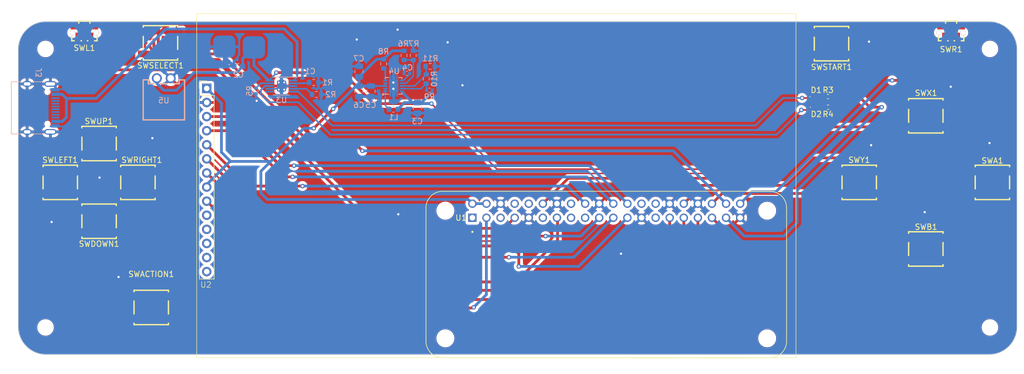
<source format=kicad_pcb>
(kicad_pcb (version 20221018) (generator pcbnew)
  (layers (0 "F.Cu" signal) (31 "B.Cu" signal) (34 "B.Paste" user) (35 "F.Paste" user) (36 "B.SilkS" user "B.Silkscreen") (37 "F.SilkS" user "F.Silkscreen") (38 "B.Mask" user) (39 "F.Mask" user) (44 "Edge.Cuts" user))
  (net 0 "")
  (net 2 "+BATT")
  (net 3 "/RB")
  (net 4 "/RT")
  (net 5 "/LB")
  (net 7 "Net-(D1-A)")
  (net 9 "/LT")
  (net 10 "Net-(D2-A)")
  (net 22 "GND")
  (net 23 "/DC")
  (net 24 "/MOSI")
  (net 25 "/MISO")
  (net 26 "/RESET")
  (net 27 "/CLK")
  (net 28 "/CS")
  (net 29 "/Up")
  (net 30 "/Right")
  (net 31 "/Down")
  (net 32 "/Left")
  (net 33 "/Y")
  (net 34 "/X")
  (net 35 "/B")
  (net 36 "/A")
  (net 37 "/Action")
  (net 38 "/Select")
  (net 39 "/Start")
  (net 40 "VBUS")
  (net 41 "Net-(U3-ISET)")
  (net 42 "Net-(U3-PRETERM)")
  (net 44 "Net-(D1-K)")
  (net 45 "Net-(D2-K)")
  (net 54 "Net-(U3-TS)")
  (net 59 "Net-(U4-SS)")
  (net 60 "+5V")
  (net 61 "Net-(L1-Pad1)")
  (net 62 "Net-(U4-FB)")
  (net 63 "Net-(U4-PG)")
  (net 64 "Net-(U4-EN)")
  (net 65 "Net-(U4-HYS)")
  (footprint "easyeda2kicad:SW-SMD_TSA020XXXXXX" (layer "F.Cu") (at 72.325 73.374 180)
    (fp_text reference "SWL1")
    (fp_text value "TSA020A3418A")
  )
  (footprint "MountingHole:MountingHole_2.5mm" (layer "F.Cu") (at 65.325 76.374)
    (fp_text reference "H1" hide)
    (fp_text value "MountingHole")
  )
  (footprint "easyeda2kicad:SW-SMD_4P-L6.2-W6.2-P4.00-LS7.0" (layer "F.Cu") (at 223.98 112.427)
    (fp_text reference "SWB1")
    (fp_text value "SW_Push")
  )
  (footprint "MountingHole:MountingHole_2.5mm" (layer "F.Cu") (at 235.538 126.572)
    (fp_text reference "H3" hide)
    (fp_text value "MountingHole")
  )
  (footprint "easyeda2kicad:SW-SMD_TSA020XXXXXX" (layer "F.Cu") (at 228.538 73.374 180)
    (fp_text reference "SWR1")
    (fp_text value "TSA020A3418A")
  )
  (footprint "MountingHole:MountingHole_2.5mm" (layer "F.Cu") (at 65.325 126.572)
    (fp_text reference "H2" hide)
    (fp_text value "MountingHole")
  )
  (footprint "easyeda2kicad:SW-SMD_4P-L6.2-W6.2-P4.00-LS7.0" (layer "F.Cu") (at 235.98 100.427)
    (fp_text reference "SWA1")
    (fp_text value "SW_Push")
  )
  (footprint "MountingHole:MountingHole_2.5mm" (layer "F.Cu") (at 235.538 76.374)
    (fp_text reference "H4" hide)
    (fp_text value "MountingHole")
  )
  (footprint "Display:4InchSPI" (layer "F.Cu") (at 95.115 120.83)
    (fp_text reference "U2")
    (fp_text value "~")
  )
  (footprint "easyeda2kicad:SW-SMD_4P-L6.2-W6.2-P4.00-LS7.0" (layer "F.Cu") (at 81.98 100.427)
    (fp_text reference "SWRIGHT1")
    (fp_text value "SW_Push")
  )
  (footprint "LED_SMD:LED_0402_1005Metric" (layer "F.Cu") (at 204.239 86.868)
    (fp_text reference "D2")
    (fp_text value "RED")
  )
  (footprint "easyeda2kicad:SW-SMD_4P-L6.2-W6.2-P4.00-LS7.0" (layer "F.Cu") (at 67.98 100.427)
    (fp_text reference "SWLEFT1")
    (fp_text value "SW_Push")
  )
  (footprint "Resistor_SMD:R_0402_1005Metric" (layer "F.Cu") (at 206.375 84.963)
    (fp_text reference "R3")
    (fp_text value "1K5")
  )
  (footprint "easyeda2kicad:SW-SMD_4P-L6.2-W6.2-P4.00-LS7.0" (layer "F.Cu") (at 74.98 93.427)
    (fp_text reference "SWUP1")
    (fp_text value "SW_Push")
  )
  (footprint "easyeda2kicad:SW-SMD_4P-L6.2-W6.2-P4.00-LS7.0" (layer "F.Cu") (at 74.98 107.427)
    (fp_text reference "SWDOWN1")
    (fp_text value "SW_Push")
  )
  (footprint "Resistor_SMD:R_0402_1005Metric" (layer "F.Cu") (at 206.373 86.868)
    (fp_text reference "R4")
    (fp_text value "1K5")
  )
  (footprint "ADA3708 Adafruit:MODULE_ADA3708" (layer "F.Cu") (at 166.387 117.032)
    (fp_text reference "U1")
    (fp_text value "ADA3708")
  )
  (footprint "easyeda2kicad:SW-SMD_4P-L6.2-W6.2-P4.00-LS7.0" (layer "F.Cu") (at 223.98 88.427)
    (fp_text reference "SWX1")
    (fp_text value "SW_Push")
  )
  (footprint "easyeda2kicad:SW-SMD_4P-L6.2-W6.2-P4.00-LS7.0" (layer "F.Cu") (at 84.376 122.968)
    (fp_text reference "SWACTION1")
    (fp_text value "SW_Push")
  )
  (footprint "easyeda2kicad:SW-SMD_4P-L6.2-W6.2-P4.00-LS7.0" (layer "F.Cu") (at 86.044 75.281)
    (fp_text reference "SWSELECT1")
    (fp_text value "SW_Push")
  )
  (footprint "easyeda2kicad:SW-SMD_4P-L6.2-W6.2-P4.00-LS7.0" (layer "F.Cu") (at 206.98 75.427)
    (fp_text reference "SWSTART1")
    (fp_text value "SW_Push")
  )
  (footprint "LED_SMD:LED_0402_1005Metric" (layer "F.Cu") (at 204.216 84.963)
    (fp_text reference "D1")
    (fp_text value "BLUE")
  )
  (footprint "easyeda2kicad:SW-SMD_4P-L6.2-W6.2-P4.00-LS7.0" (layer "F.Cu") (at 211.98 100.427)
    (fp_text reference "SWY1")
    (fp_text value "SW_Push")
  )
  (footprint "Resistor_SMD:R_0402_1005Metric" (layer "B.Cu") (at 134.5205 83.82)
    (fp_text reference "R9")
    (fp_text value "10K")
  )
  (footprint "easyeda2kicad:VSON-10_L3.0-W3.0-P0.50-TL-EP_TPS61230DRCR" (layer "B.Cu") (at 128.0655 83.042 90)
    (fp_text reference "U4")
    (fp_text value "TPS61230DRCR")
  )
  (footprint "Connector_USB:USB_C_Receptacle_HRO_TYPE-C-31-M-12" (layer "B.Cu") (at 63.067 86.995 90)
    (fp_text reference "J3")
    (fp_text value "USB_C_Receptacle_USB2.0")
  )
  (footprint "Capacitor_SMD:C_0805_2012Metric" (layer "B.Cu") (at 121.8185 84.013 90)
    (fp_text reference "C6")
    (fp_text value "22uF")
  )
  (footprint "easyeda2kicad:CONN-TH_2P-P2.50_XH-2AW" (layer "B.Cu") (at 86.634 81.661)
    (fp_text reference "U5")
    (fp_text value "XD-XH-2AW-G")
  )
  (footprint "Package_SO:HVSSOP-10-1EP_3x3mm_P0.5mm_EP1.57x1.88mm_ThermalVias" (layer "B.Cu") (at 107.846 83.063 180)
    (fp_text reference "U3")
    (fp_text value "BQ24090DGQ")
  )
  (footprint "Resistor_SMD:R_0603_1608Metric" (layer "B.Cu") (at 133.9485 81.788 90)
    (fp_text reference "R10")
    (fp_text value "5.6K")
  )
  (footprint "Resistor_SMD:R_0402_1005Metric" (layer "B.Cu") (at 103.251 83.945 90)
    (fp_text reference "R5")
    (fp_text value "10K")
  )
  (footprint "Capacitor_SMD:C_0805_2012Metric" (layer "B.Cu") (at 123.9775 84.013 90)
    (fp_text reference "C5")
    (fp_text value "22uF")
  )
  (footprint "Connector_Wago:SolderWirePad_4x4mm" (layer "B.Cu") (at 102.883 76.086 90)
    (fp_text reference "J1" hide)
    (fp_text value "Conn_01x01")
  )
  (footprint "Resistor_SMD:R_0603_1608Metric" (layer "B.Cu") (at 129.9465 77.534 -90)
    (fp_text reference "R6")
    (fp_text value "402K")
  )
  (footprint "Capacitor_SMD:C_0805_2012Metric" (layer "B.Cu") (at 132.3595 86.995 -90)
    (fp_text reference "C3")
    (fp_text value "22uF")
  )
  (footprint "Resistor_SMD:R_0603_1608Metric" (layer "B.Cu") (at 131.5975 77.534 90)
    (fp_text reference "R7")
    (fp_text value "100K")
  )
  (footprint "Capacitor_SMD:C_0603_1608Metric" (layer "B.Cu") (at 100.076 79.502 180)
    (fp_text reference "C2")
    (fp_text value "4.7uF")
  )
  (footprint "Capacitor_SMD:C_0805_2012Metric" (layer "B.Cu") (at 121.8185 80.457 -90)
    (fp_text reference "C7")
    (fp_text value "22uF")
  )
  (footprint "Capacitor_SMD:C_0402_1005Metric" (layer "B.Cu") (at 130.4545 80.772 180)
    (fp_text reference "C4")
    (fp_text value "10nF")
  )
  (footprint "Inductor_SMD:L_0603_1608Metric" (layer "B.Cu") (at 128.0415 87.249)
    (fp_text reference "L1")
    (fp_text value "1uH")
  )
  (footprint "Capacitor_SMD:C_0402_1005Metric" (layer "B.Cu") (at 111.125 80.772)
    (fp_text reference "C1")
    (fp_text value "1uF")
  )
  (footprint "Resistor_SMD:R_0603_1608Metric" (layer "B.Cu") (at 114.173 84.582)
    (fp_text reference "R2")
    (fp_text value "2K")
  )
  (footprint "Resistor_SMD:R_0603_1608Metric" (layer "B.Cu") (at 126.2635 79.058 90)
    (fp_text reference "R8")
    (fp_text value "1.0Meg")
  )
  (footprint "Resistor_SMD:R_0603_1608Metric" (layer "B.Cu") (at 134.6475 79.518 180)
    (fp_text reference "R11")
    (fp_text value "0.2K")
  )
  (footprint "Resistor_SMD:R_0603_1608Metric" (layer "B.Cu") (at 113.665 82.423)
    (fp_text reference "R1")
    (fp_text value "540")
  )
  (footprint "Connector_Wire:Solder_Pad_4x4mm" (layer "B.Cu") (at 97.549 75.959 90)
    (fp_text reference "J2" hide)
    (fp_text value "Conn_01x01")
  )
  (gr_line (start 240.411 76.445) (end 240.411 126.445) (stroke (width 0.1)) (layer "Edge.Cuts"))
  (gr_line (start 65.411 71.445) (end 235.411 71.445) (stroke (width 0.1)) (layer "Edge.Cuts"))
  (gr_line (start 235.411 131.445) (end 65.411 131.445) (stroke (width 0.1)) (layer "Edge.Cuts"))
  (gr_arc (start 240.411 126.445) (mid 238.946534 129.980534) (end 235.411 131.445) (stroke (width 0.1)) (layer "Edge.Cuts"))
  (gr_arc (start 235.411 71.445) (mid 238.946534 72.909466) (end 240.411 76.445) (stroke (width 0.1)) (layer "Edge.Cuts"))
  (gr_arc (start 65.411 131.445) (mid 61.875466 129.980534) (end 60.411 126.445) (stroke (width 0.1)) (layer "Edge.Cuts"))
  (gr_arc (start 60.411 76.445) (mid 61.875466 72.909466) (end 65.411 71.445) (stroke (width 0.1)) (layer "Edge.Cuts"))
  (gr_line (start 60.411 126.445) (end 60.411 76.445) (stroke (width 0.1)) (layer "Edge.Cuts"))
  (segment (start 146.685 98.044) (end 134.874 86.233) (width 0.3) (layer "F.Cu") (net 2))
  (segment (start 124.46 86.233) (end 134.874 86.233) (width 0.5) (layer "F.Cu") (net 2))
  (segment (start 206.883 86.868) (end 206.883 84.965) (width 0.3) (layer "F.Cu") (net 2))
  (segment (start 118.872 80.645) (end 124.46 86.233) (width 0.5) (layer "F.Cu") (net 2))
  (segment (start 206.883 84.965) (end 206.885 84.963) (width 0.3) (layer "F.Cu") (net 2))
  (segment (start 195.707 98.044) (end 146.685 98.044) (width 0.3) (layer "F.Cu") (net 2))
  (segment (start 206.883 86.868) (end 195.707 98.044) (width 0.3) (layer "F.Cu") (net 2))
  (segment (start 106.934 80.645) (end 118.872 80.645) (width 0.5) (layer "F.Cu") (net 2))
  (via (at 106.934 80.645) (size 0.8) (drill 0.4) (layers "F.Cu" "B.Cu") (net 2))
  (via (at 134.874 86.233) (size 0.8) (drill 0.4) (layers "F.Cu" "B.Cu") (net 2))
  (segment (start 102.883 76.086) (end 102.883 79.388) (width 0.5) (layer "B.Cu") (net 2))
  (segment (start 105.696 81.963) (end 106.934 80.725) (width 0.3) (layer "B.Cu") (net 2))
  (segment (start 100.851 79.502) (end 100.851 78.118) (width 0.5) (layer "B.Cu") (net 2))
  (segment (start 100.851 79.502) (end 99.708 80.645) (width 0.5) (layer "B.Cu") (net 2))
  (segment (start 132.3595 86.045) (end 131.4685 86.045) (width 0.5) (layer "B.Cu") (net 2))
  (segment (start 132.3595 86.045) (end 130.033 86.045) (width 0.5) (layer "B.Cu") (net 2))
  (segment (start 99.708 80.645) (end 92.075 80.645) (width 0.5) (layer "B.Cu") (net 2))
  (segment (start 105.431 82.063) (end 105.696 82.063) (width 0.3) (layer "B.Cu") (net 2))
  (segment (start 85.384 82.59) (end 85.384 81.661) (width 0.5) (layer "B.Cu") (net 2))
  (segment (start 130.033 86.045) (end 128.829 87.249) (width 0.5) (layer "B.Cu") (net 2))
  (segment (start 133.0845 86.045) (end 135.0305 84.099) (width 0.5) (layer "B.Cu") (net 2))
  (segment (start 105.458 81.963) (end 105.696 81.963) (width 0.5) (layer "B.Cu") (net 2))
  (segment (start 100.851 78.118) (end 102.883 76.086) (width 0.5) (layer "B.Cu") (net 2))
  (segment (start 86.614 83.82) (end 85.384 82.59) (width 0.5) (layer "B.Cu") (net 2))
  (segment (start 135.0305 84.099) (end 135.0305 83.82) (width 0.5) (layer "B.Cu") (net 2))
  (segment (start 106.934 80.725) (end 106.934 80.645) (width 0.3) (layer "B.Cu") (net 2))
  (segment (start 132.5475 86.233) (end 132.3595 86.045) (width 0.5) (layer "B.Cu") (net 2))
  (segment (start 88.9 83.82) (end 86.614 83.82) (width 0.5) (layer "B.Cu") (net 2))
  (segment (start 92.075 80.645) (end 88.9 83.82) (width 0.5) (layer "B.Cu") (net 2))
  (segment (start 131.4685 86.045) (end 129.5655 84.142) (width 0.5) (layer "B.Cu") (net 2))
  (segment (start 132.3595 86.045) (end 133.0845 86.045) (width 0.5) (layer "B.Cu") (net 2))
  (segment (start 102.883 79.388) (end 105.458 81.963) (width 0.5) (layer "B.Cu") (net 2))
  (segment (start 134.874 86.233) (end 132.5475 86.233) (width 0.5) (layer "B.Cu") (net 2))
  (segment (start 228.538 77.786) (end 228.538 74.344) (width 0.5) (layer "F.Cu") (net 3))
  (segment (start 217.932 82.042) (end 224.282 82.042) (width 0.5) (layer "F.Cu") (net 3))
  (segment (start 224.282 82.042) (end 228.538 77.786) (width 0.5) (layer "F.Cu") (net 3))
  (via (at 217.932 82.042) (size 0.8) (drill 0.4) (layers "F.Cu" "B.Cu") (net 3))
  (segment (start 192.671 102.108) (end 190.517 104.262) (width 0.5) (layer "B.Cu") (net 3))
  (segment (start 217.932 82.042) (end 217.043 82.042) (width 0.5) (layer "B.Cu") (net 3))
  (segment (start 196.977 102.108) (end 192.671 102.108) (width 0.5) (layer "B.Cu") (net 3))
  (segment (start 217.043 82.042) (end 196.977 102.108) (width 0.5) (layer "B.Cu") (net 3))
  (segment (start 124.968 108.712) (end 147.967 108.712) (width 0.5) (layer "F.Cu") (net 5))
  (segment (start 72.325 74.344) (end 72.325 78.294) (width 0.5) (layer "F.Cu") (net 5))
  (segment (start 74.168 80.137) (end 96.393 80.137) (width 0.5) (layer "F.Cu") (net 5))
  (segment (start 72.325 78.294) (end 74.168 80.137) (width 0.5) (layer "F.Cu") (net 5))
  (segment (start 96.393 80.137) (end 124.968 108.712) (width 0.5) (layer "F.Cu") (net 5))
  (segment (start 147.967 108.712) (end 149.877 106.802) (width 0.5) (layer "F.Cu") (net 5))
  (segment (start 204.701 84.963) (end 205.865 84.963) (width 0.3) (layer "F.Cu") (net 7))
  (segment (start 204.724 86.868) (end 205.863 86.868) (width 0.3) (layer "F.Cu") (net 10))
  (via (at 137.795 75.184) (size 0.8) (drill 0.4) (layers "F.Cu" "B.Cu") (net 22))
  (via (at 128.016 82.423) (size 0.8) (drill 0.4) (layers "F.Cu" "B.Cu") (net 22))
  (via (at 128.778 72.898) (size 0.8) (drill 0.4) (layers "F.Cu" "B.Cu") (net 22))
  (via (at 75.057 99.568) (size 0.8) (drill 0.4) (layers "F.Cu" "B.Cu") (net 22))
  (via (at 228.473 83.185) (size 0.8) (drill 0.4) (layers "F.Cu" "B.Cu") (net 22))
  (via (at 214.122 93.726) (size 0.8) (drill 0.4) (layers "F.Cu" "B.Cu") (net 22))
  (via (at 78.486 117.475) (size 0.8) (drill 0.4) (layers "F.Cu" "B.Cu") (net 22))
  (via (at 103.378 85.725) (size 0.8) (drill 0.4) (layers "F.Cu" "B.Cu") (net 22))
  (via (at 213.741 75.057) (size 0.8) (drill 0.4) (layers "F.Cu" "B.Cu") (net 22))
  (via (at 140.462 82.931) (size 0.8) (drill 0.4) (layers "F.Cu" "B.Cu") (net 22))
  (via (at 66.421 107.569) (size 0.8) (drill 0.4) (layers "F.Cu" "B.Cu") (net 22))
  (via (at 235.458 93.345) (size 0.8) (drill 0.4) (layers "F.Cu" "B.Cu") (net 22))
  (via (at 223.774 105.791) (size 0.8) (drill 0.4) (layers "F.Cu" "B.Cu") (net 22))
  (via (at 169.037 113.284) (size 0.8) (drill 0.4) (layers "F.Cu" "B.Cu") (net 22))
  (via (at 121.412 74.676) (size 0.8) (drill 0.4) (layers "F.Cu" "B.Cu") (net 22))
  (via (at 84.582 92.456) (size 0.8) (drill 0.4) (layers "F.Cu" "B.Cu") (net 22))
  (via (at 128.905 106.172) (size 0.8) (drill 0.4) (layers "F.Cu" "B.Cu") (net 22))
  (via (at 128.016 83.566) (size 0.8) (drill 0.4) (layers "F.Cu" "B.Cu") (net 22))
  (segment (start 109.996 83.063) (end 107.846 83.063) (width 0.3) (layer "B.Cu") (net 22))
  (segment (start 105.696 83.563) (end 107.346 83.563) (width 0.3) (layer "B.Cu") (net 22))
  (segment (start 97.549 75.959) (end 97.549 77.75) (width 0.5) (layer "B.Cu") (net 22))
  (segment (start 103.251 85.598) (end 103.378 85.725) (width 0.3) (layer "B.Cu") (net 22))
  (segment (start 107.346 83.563) (end 107.846 83.063) (width 0.3) (layer "B.Cu") (net 22))
  (segment (start 97.549 77.75) (end 99.301 79.502) (width 0.5) (layer "B.Cu") (net 22))
  (segment (start 103.251 84.455) (end 103.251 85.598) (width 0.3) (layer "B.Cu") (net 22))
  (segment (start 111.633 101.092) (end 101.817 101.092) (width 0.5) (layer "F.Cu") (net 23))
  (segment (start 101.817 101.092) (end 94.375 93.65) (width 0.5) (layer "F.Cu") (net 23))
  (via (at 111.633 101.092) (size 0.8) (drill 0.4) (layers "F.Cu" "B.Cu") (net 23))
  (segment (start 159.407 101.092) (end 162.577 104.262) (width 0.5) (layer "B.Cu") (net 23))
  (segment (start 111.633 101.092) (end 159.407 101.092) (width 0.5) (layer "B.Cu") (net 23))
  (segment (start 94.375 96.19) (end 108.294 110.109) (width 0.5) (layer "F.Cu") (net 24))
  (segment (start 108.294 110.109) (end 155.448 110.109) (width 0.5) (layer "F.Cu") (net 24))
  (via (at 155.448 110.109) (size 0.8) (drill 0.4) (layers "F.Cu" "B.Cu") (net 24))
  (segment (start 155.448 110.109) (end 161.81 110.109) (width 0.5) (layer "B.Cu") (net 24))
  (segment (start 161.81 110.109) (end 165.117 106.802) (width 0.5) (layer "B.Cu") (net 24))
  (segment (start 148.844 113.919) (end 104.484 113.919) (width 0.5) (layer "F.Cu") (net 25))
  (segment (start 104.484 113.919) (end 94.375 103.81) (width 0.5) (layer "F.Cu") (net 25))
  (via (at 148.844 113.919) (size 0.8) (drill 0.4) (layers "F.Cu" "B.Cu") (net 25))
  (segment (start 160.54 113.919) (end 167.657 106.802) (width 0.5) (layer "B.Cu") (net 25))
  (segment (start 148.844 113.919) (end 160.54 113.919) (width 0.5) (layer "B.Cu") (net 25))
  (segment (start 109.855 99.441) (end 108.204 99.441) (width 0.5) (layer "F.Cu") (net 26))
  (segment (start 108.204 99.441) (end 99.873 91.11) (width 0.5) (layer "F.Cu") (net 26))
  (segment (start 99.873 91.11) (end 94.375 91.11) (width 0.5) (layer "F.Cu") (net 26))
  (via (at 109.855 99.441) (size 0.8) (drill 0.4) (layers "F.Cu" "B.Cu") (net 26))
  (segment (start 162.836 99.441) (end 167.657 104.262) (width 0.5) (layer "B.Cu") (net 26))
  (segment (start 109.855 99.441) (end 162.836 99.441) (width 0.5) (layer "B.Cu") (net 26))
  (segment (start 150.622 113.284) (end 150.622 115.57) (width 0.5) (layer "F.Cu") (net 27))
  (segment (start 149.225 111.887) (end 150.622 113.284) (width 0.5) (layer "F.Cu") (net 27))
  (segment (start 107.532 111.887) (end 149.225 111.887) (width 0.5) (layer "F.Cu") (net 27))
  (segment (start 94.375 98.73) (end 107.532 111.887) (width 0.5) (layer "F.Cu") (net 27))
  (via (at 150.622 115.57) (size 0.8) (drill 0.4) (layers "F.Cu" "B.Cu") (net 27))
  (segment (start 150.622 115.57) (end 161.429 115.57) (width 0.5) (layer "B.Cu") (net 27))
  (segment (start 161.429 115.57) (end 170.197 106.802) (width 0.5) (layer "B.Cu") (net 27))
  (segment (start 109.093 97.409) (end 100.254 88.57) (width 0.5) (layer "F.Cu") (net 28))
  (segment (start 110.109 97.409) (end 109.093 97.409) (width 0.5) (layer "F.Cu") (net 28))
  (segment (start 100.254 88.57) (end 94.375 88.57) (width 0.5) (layer "F.Cu") (net 28))
  (via (at 110.109 97.409) (size 0.8) (drill 0.4) (layers "F.Cu" "B.Cu") (net 28))
  (segment (start 163.344 97.409) (end 170.197 104.262) (width 0.5) (layer "B.Cu") (net 28))
  (segment (start 110.109 97.409) (end 163.344 97.409) (width 0.5) (layer "B.Cu") (net 28))
  (segment (start 182.897 110.981) (end 182.897 106.802) (width 0.5) (layer "F.Cu") (net 29))
  (segment (start 169.291 124.587) (end 182.897 110.981) (width 0.5) (layer "F.Cu") (net 29))
  (segment (start 62.357 98.5) (end 62.357 112.522) (width 0.5) (layer "F.Cu") (net 29))
  (segment (start 78.613 128.778) (end 93.472 128.778) (width 0.5) (layer "F.Cu") (net 29))
  (segment (start 65.43 95.427) (end 62.357 98.5) (width 0.5) (layer "F.Cu") (net 29))
  (segment (start 62.357 112.522) (end 78.613 128.778) (width 0.5) (layer "F.Cu") (net 29))
  (segment (start 71.98 95.427) (end 65.43 95.427) (width 0.5) (layer "F.Cu") (net 29))
  (segment (start 93.472 128.778) (end 97.663 124.587) (width 0.5) (layer "F.Cu") (net 29))
  (segment (start 97.663 124.587) (end 169.291 124.587) (width 0.5) (layer "F.Cu") (net 29))
  (segment (start 84.98 110.634) (end 92.71 118.364) (width 0.5) (layer "F.Cu") (net 30))
  (segment (start 150.114 118.364) (end 157.607 110.871) (width 0.5) (layer "F.Cu") (net 30))
  (segment (start 92.71 118.364) (end 150.114 118.364) (width 0.5) (layer "F.Cu") (net 30))
  (segment (start 157.607 110.871) (end 157.607 106.912) (width 0.5) (layer "F.Cu") (net 30))
  (segment (start 157.607 106.912) (end 157.497 106.802) (width 0.5) (layer "F.Cu") (net 30))
  (segment (start 84.98 102.427) (end 84.98 110.634) (width 0.5) (layer "F.Cu") (net 30))
  (segment (start 169.037 121.539) (end 180.357 110.219) (width 0.5) (layer "F.Cu") (net 31))
  (segment (start 90.542 121.539) (end 169.037 121.539) (width 0.5) (layer "F.Cu") (net 31))
  (segment (start 78.43 109.427) (end 90.542 121.539) (width 0.5) (layer "F.Cu") (net 31))
  (segment (start 180.357 110.219) (end 180.357 106.802) (width 0.5) (layer "F.Cu") (net 31))
  (segment (start 77.98 109.427) (end 78.43 109.427) (width 0.5) (layer "F.Cu") (net 31))
  (segment (start 82.169 106.045) (end 82.169 110.617) (width 0.5) (layer "F.Cu") (net 32))
  (segment (start 74.93 103.886) (end 80.01 103.886) (width 0.5) (layer "F.Cu") (net 32))
  (segment (start 80.01 103.886) (end 82.169 106.045) (width 0.5) (layer "F.Cu") (net 32))
  (segment (start 91.44 119.888) (end 167.271 119.888) (width 0.5) (layer "F.Cu") (net 32))
  (segment (start 73.471 102.427) (end 74.93 103.886) (width 0.5) (layer "F.Cu") (net 32))
  (segment (start 177.817 109.342) (end 177.817 106.802) (width 0.5) (layer "F.Cu") (net 32))
  (segment (start 82.169 110.617) (end 91.44 119.888) (width 0.5) (layer "F.Cu") (net 32))
  (segment (start 70.98 102.427) (end 73.471 102.427) (width 0.5) (layer "F.Cu") (net 32))
  (segment (start 167.271 119.888) (end 177.817 109.342) (width 0.5) (layer "F.Cu") (net 32))
  (segment (start 208.98 102.427) (end 187.272 102.427) (width 0.5) (layer "F.Cu") (net 33))
  (segment (start 187.272 102.427) (end 185.437 104.262) (width 0.5) (layer "F.Cu") (net 33))
  (segment (start 205.737 90.427) (end 196.469 99.695) (width 0.5) (layer "F.Cu") (net 34))
  (segment (start 220.98 90.427) (end 205.737 90.427) (width 0.5) (layer "F.Cu") (net 34))
  (segment (start 196.469 99.695) (end 159.524 99.695) (width 0.5) (layer "F.Cu") (net 34))
  (segment (start 159.524 99.695) (end 154.957 104.262) (width 0.5) (layer "F.Cu") (net 34))
  (segment (start 220.98 114.427) (end 193.062 114.427) (width 0.5) (layer "F.Cu") (net 35))
  (segment (start 193.062 114.427) (end 185.437 106.802) (width 0.5) (layer "F.Cu") (net 35))
  (segment (start 232.98 102.427) (end 223.712 102.427) (width 0.5) (layer "F.Cu") (net 36))
  (segment (start 203.835 96.012) (end 198.882 100.965) (width 0.5) (layer "F.Cu") (net 36))
  (segment (start 183.654 100.965) (end 180.357 104.262) (width 0.5) (layer "F.Cu") (net 36))
  (segment (start 223.712 102.427) (end 217.297 96.012) (width 0.5) (layer "F.Cu") (net 36))
  (segment (start 217.297 96.012) (end 203.835 96.012) (width 0.5) (layer "F.Cu") (net 36))
  (segment (start 198.882 100.965) (end 183.654 100.965) (width 0.5) (layer "F.Cu") (net 36))
  (segment (start 142.367 123.063) (end 89.281 123.063) (width 0.5) (layer "F.Cu") (net 37))
  (segment (start 89.281 123.063) (end 87.376 124.968) (width 0.5) (layer "F.Cu") (net 37))
  (segment (start 142.494 122.936) (end 142.367 123.063) (width 0.5) (layer "F.Cu") (net 37))
  (via (at 142.494 122.936) (size 0.8) (drill 0.4) (layers "F.Cu" "B.Cu") (net 37))
  (segment (start 142.494 122.936) (end 144.78 120.65) (width 0.5) (layer "B.Cu") (net 37))
  (segment (start 144.78 120.65) (end 144.78 106.819) (width 0.5) (layer "B.Cu") (net 37))
  (segment (start 144.78 106.819) (end 144.797 106.802) (width 0.5) (layer "B.Cu") (net 37))
  (segment (start 122.428 94.742) (end 121.412 93.726) (width 0.5) (layer "F.Cu") (net 38))
  (segment (start 96.966 77.281) (end 89.044 77.281) (width 0.5) (layer "F.Cu") (net 38))
  (segment (start 121.412 93.726) (end 113.411 93.726) (width 0.5) (layer "F.Cu") (net 38))
  (segment (start 113.411 93.726) (end 96.966 77.281) (width 0.5) (layer "F.Cu") (net 38))
  (via (at 122.428 94.742) (size 0.8) (drill 0.4) (layers "F.Cu" "B.Cu") (net 38))
  (segment (start 122.428 94.742) (end 178.457 94.742) (width 0.5) (layer "B.Cu") (net 38))
  (segment (start 178.457 94.742) (end 187.977 104.262) (width 0.5) (layer "B.Cu") (net 38))
  (segment (start 210.058 83.058) (end 210.058 77.566) (width 0.5) (layer "F.Cu") (net 39))
  (segment (start 210.058 77.566) (end 209.773 77.281) (width 0.5) (layer "F.Cu") (net 39))
  (segment (start 216.027 86.868) (end 213.868 86.868) (width 0.5) (layer "F.Cu") (net 39))
  (segment (start 213.868 86.868) (end 210.058 83.058) (width 0.5) (layer "F.Cu") (net 39))
  (via (at 216.027 86.868) (size 0.8) (drill 0.4) (layers "F.Cu" "B.Cu") (net 39))
  (segment (start 215.773 86.868) (end 200.787 101.854) (width 0.5) (layer "B.Cu") (net 39))
  (segment (start 191.284 110.109) (end 187.977 106.802) (width 0.5) (layer "B.Cu") (net 39))
  (segment (start 216.027 86.868) (end 215.773 86.868) (width 0.5) (layer "B.Cu") (net 39))
  (segment (start 198.374 110.109) (end 191.284 110.109) (width 0.5) (layer "B.Cu") (net 39))
  (segment (start 200.787 101.854) (end 200.787 107.696) (width 0.5) (layer "B.Cu") (net 39))
  (segment (start 200.787 107.696) (end 198.374 110.109) (width 0.5) (layer "B.Cu") (net 39))
  (segment (start 110.673 75.113) (end 110.673 80.899) (width 0.5) (layer "B.Cu") (net 40))
  (segment (start 68.337 89.445) (end 69.088 88.694) (width 0.5) (layer "B.Cu") (net 40))
  (segment (start 69.088 85.296) (end 74.47 85.296) (width 0.5) (layer "B.Cu") (net 40))
  (segment (start 86.995 72.771) (end 108.331 72.771) (width 0.5) (layer "B.Cu") (net 40))
  (segment (start 110.673 81.386) (end 110.673 80.899) (width 0.3) (layer "B.Cu") (net 40))
  (segment (start 68.337 84.545) (end 67.112 84.545) (width 0.5) (layer "B.Cu") (net 40))
  (segment (start 108.331 72.771) (end 110.673 75.113) (width 0.5) (layer "B.Cu") (net 40))
  (segment (start 67.112 89.445) (end 68.337 89.445) (width 0.5) (layer "B.Cu") (net 40))
  (segment (start 109.996 82.063) (end 110.673 81.386) (width 0.3) (layer "B.Cu") (net 40))
  (segment (start 74.47 85.296) (end 86.995 72.771) (width 0.5) (layer "B.Cu") (net 40))
  (segment (start 69.088 85.296) (end 68.337 84.545) (width 0.5) (layer "B.Cu") (net 40))
  (segment (start 69.088 88.694) (end 69.088 85.296) (width 0.5) (layer "B.Cu") (net 40))
  (segment (start 109.996 82.563) (end 112.7 82.563) (width 0.3) (layer "B.Cu") (net 41))
  (segment (start 112.7 82.563) (end 112.84 82.423) (width 0.3) (layer "B.Cu") (net 41))
  (segment (start 109.996 83.563) (end 112.329 83.563) (width 0.3) (layer "B.Cu") (net 42))
  (segment (start 112.329 83.563) (end 113.348 84.582) (width 0.3) (layer "B.Cu") (net 42))
  (segment (start 203.477 85.217) (end 203.731 84.963) (width 0.3) (layer "F.Cu") (net 44))
  (segment (start 201.676 85.217) (end 203.477 85.217) (width 0.3) (layer "F.Cu") (net 44))
  (via (at 201.676 85.217) (size 0.8) (drill 0.4) (layers "F.Cu" "B.Cu") (net 44))
  (segment (start 109.996 84.063) (end 110.86 84.063) (width 0.3) (layer "B.Cu") (net 44))
  (segment (start 110.86 84.063) (end 116.967 90.17) (width 0.3) (layer "B.Cu") (net 44))
  (segment (start 198.247 85.217) (end 201.676 85.217) (width 0.3) (layer "B.Cu") (net 44))
  (segment (start 193.294 90.17) (end 198.247 85.217) (width 0.3) (layer "B.Cu") (net 44))
  (segment (start 116.967 90.17) (end 193.294 90.17) (width 0.3) (layer "B.Cu") (net 44))
  (segment (start 201.549 87.376) (end 203.246 87.376) (width 0.3) (layer "F.Cu") (net 45))
  (segment (start 203.246 87.376) (end 203.754 86.868) (width 0.3) (layer "F.Cu") (net 45))
  (via (at 201.549 87.376) (size 0.8) (drill 0.4) (layers "F.Cu" "B.Cu") (net 45))
  (segment (start 197.104 91.821) (end 201.549 87.376) (width 0.3) (layer "B.Cu") (net 45))
  (segment (start 104.86788 83.063) (end 104.14 83.79088) (width 0.3) (layer "B.Cu") (net 45))
  (segment (start 104.14 84.582) (end 105.537 85.979) (width 0.3) (layer "B.Cu") (net 45))
  (segment (start 105.696 83.063) (end 104.86788 83.063) (width 0.3) (layer "B.Cu") (net 45))
  (segment (start 116.713 91.821) (end 197.104 91.821) (width 0.3) (layer "B.Cu") (net 45))
  (segment (start 105.537 85.979) (end 110.871 85.979) (width 0.3) (layer "B.Cu") (net 45))
  (segment (start 110.871 85.979) (end 116.713 91.821) (width 0.3) (layer "B.Cu") (net 45))
  (segment (start 104.14 83.79088) (end 104.14 84.582) (width 0.3) (layer "B.Cu") (net 45))
  (segment (start 104.123 82.563) (end 105.696 82.563) (width 0.3) (layer "B.Cu") (net 54))
  (segment (start 103.251 83.435) (end 104.123 82.563) (width 0.3) (layer "B.Cu") (net 54))
  (segment (start 130.9345 80.923) (end 130.9345 80.772) (width 0.25) (layer "B.Cu") (net 59))
  (segment (start 129.8155 82.042) (end 130.9345 80.923) (width 0.25) (layer "B.Cu") (net 59))
  (segment (start 129.5655 82.042) (end 129.8155 82.042) (width 0.25) (layer "B.Cu") (net 59))
  (segment (start 117.1575 87.1855) (end 113.665 90.678) (width 0.5) (layer "F.Cu") (net 60))
  (via (at 117.1575 87.1855) (size 0.8) (drill 0.4) (layers "F.Cu" "B.Cu") (net 60))
  (via (at 113.665 90.678) (size 0.8) (drill 0.4) (layers "F.Cu" "B.Cu") (net 60))
  (segment (start 126.2635 78.233) (end 124.9925 78.233) (width 0.5) (layer "B.Cu") (net 60))
  (segment (start 123.9985 83.042) (end 123.9775 83.063) (width 0.3) (layer "B.Cu") (net 60))
  (segment (start 98.679 96.647) (end 105.918 96.647) (width 0.5) (layer "B.Cu") (net 60))
  (segment (start 141.503 103.508) (end 105.286 103.508) (width 0.5) (layer "B.Cu") (net 60))
  (segment (start 124.1495 83.235) (end 123.9775 83.063) (width 0.3) (layer "B.Cu") (net 60))
  (segment (start 117.1575 87.1855) (end 121.28 83.063) (width 0.5) (layer "B.Cu") (net 60))
  (segment (start 94.375 101.27) (end 94.375 100.824) (width 0.5) (layer "B.Cu") (net 60))
  (segment (start 98.679 96.647) (end 97.028 94.996) (width 0.5) (layer "B.Cu") (net 60))
  (segment (start 94.375 100.824) (end 98.552 96.647) (width 0.5) (layer "B.Cu") (net 60))
  (segment (start 127.7875 76.709) (end 126.2635 78.233) (width 0.5) (layer "B.Cu") (net 60))
  (segment (start 126.5655 83.042) (end 126.5655 82.542) (width 0.3) (layer "B.Cu") (net 60))
  (segment (start 104.14 98.425) (end 105.918 96.647) (width 0.5) (layer "B.Cu") (net 60))
  (segment (start 124.9925 78.233) (end 121.8185 81.407) (width 0.5) (layer "B.Cu") (net 60))
  (segment (start 121.28 83.063) (end 121.8185 83.063) (width 0.5) (layer "B.Cu") (net 60))
  (segment (start 123.9775 83.063) (end 121.8185 83.063) (width 0.5) (layer "B.Cu") (net 60))
  (segment (start 105.286 103.508) (end 104.14 102.362) (width 0.5) (layer "B.Cu") (net 60))
  (segment (start 97.028 94.996) (end 97.028 86.143) (width 0.5) (layer "B.Cu") (net 60))
  (segment (start 144.797 104.262) (end 142.257 104.262) (width 0.5) (layer "B.Cu") (net 60))
  (segment (start 104.14 102.362) (end 104.14 98.425) (width 0.5) (layer "B.Cu") (net 60))
  (segment (start 111.887 90.678) (end 105.918 96.647) (width 0.5) (layer "B.Cu") (net 60))
  (segment (start 142.257 104.262) (end 141.503 103.508) (width 0.5) (layer "B.Cu") (net 60))
  (segment (start 97.028 86.143) (end 94.375 83.49) (width 0.5) (layer "B.Cu") (net 60))
  (segment (start 113.665 90.678) (end 111.887 90.678) (width 0.5) (layer "B.Cu") (net 60))
  (segment (start 121.8185 81.407) (end 121.8185 83.063) (width 0.5) (layer "B.Cu") (net 60))
  (segment (start 129.9465 76.709) (end 127.7875 76.709) (width 0.5) (layer "B.Cu") (net 60))
  (segment (start 126.5655 83.042) (end 123.9985 83.042) (width 0.3) (layer "B.Cu") (net 60))
  (segment (start 98.552 96.647) (end 98.679 96.647) (width 0.5) (layer "B.Cu") (net 60))
  (segment (start 127.254 87.249) (end 126.5655 86.5605) (width 0.25) (layer "B.Cu") (net 61))
  (segment (start 126.5655 84.042) (end 126.5655 83.542) (width 0.3) (layer "B.Cu") (net 61))
  (segment (start 126.5655 86.5605) (end 126.5655 84.042) (width 0.25) (layer "B.Cu") (net 61))
  (segment (start 129.5655 82.542) (end 130.3155 82.542) (width 0.25) (layer "B.Cu") (net 62))
  (segment (start 130.3155 82.542) (end 131.5975 81.26) (width 0.25) (layer "B.Cu") (net 62))
  (segment (start 131.5975 81.26) (end 131.5975 78.359) (width 0.25) (layer "B.Cu") (net 62))
  (segment (start 131.5975 78.359) (end 129.9465 78.359) (width 0.25) (layer "B.Cu") (net 62))
  (segment (start 126.5655 80.185) (end 126.2635 79.883) (width 0.3) (layer "B.Cu") (net 63))
  (segment (start 126.5655 82.042) (end 126.5655 80.185) (width 0.3) (layer "B.Cu") (net 63))
  (segment (start 133.0195 83.542) (end 129.5655 83.542) (width 0.25) (layer "B.Cu") (net 64))
  (segment (start 134.0105 82.675) (end 133.9485 82.613) (width 0.25) (layer "B.Cu") (net 64))
  (segment (start 133.9485 82.613) (end 133.0195 83.542) (width 0.25) (layer "B.Cu") (net 64))
  (segment (start 134.0105 83.82) (end 134.0105 82.675) (width 0.25) (layer "B.Cu") (net 64))
  (segment (start 133.9485 80.963) (end 133.9485 79.644) (width 0.25) (layer "B.Cu") (net 65))
  (segment (start 133.9485 79.644) (end 133.8225 79.518) (width 0.25) (layer "B.Cu") (net 65))
  (segment (start 131.8695 83.042) (end 129.5655 83.042) (width 0.25) (layer "B.Cu") (net 65))
  (segment (start 133.9485 80.963) (end 131.8695 83.042) (width 0.25) (layer "B.Cu") (net 65))
  (zone (net 22) (net_name "GND") (layer "F.Cu") (priority 1) (connect_pads (clearance 0.5)) (min_thickness 0.25) (fill yes (thermal_gap 0.5) (thermal_bridge_width 0.5))
    (polygon (pts (xy 59.055 70.104) (xy 241.681 70.612) (xy 241.046 131.826) (xy 59.69 131.826)))
  )
  (zone (net 22) (net_name "GND") (layer "B.Cu") (connect_pads (clearance 0.5)) (min_thickness 0.25) (fill yes (thermal_gap 0.5) (thermal_bridge_width 0.5))
    (polygon (pts (xy 60.325 71.374) (xy 240.538 71.374) (xy 240.538 131.572) (xy 60.325 131.572)))
  )
)
</source>
